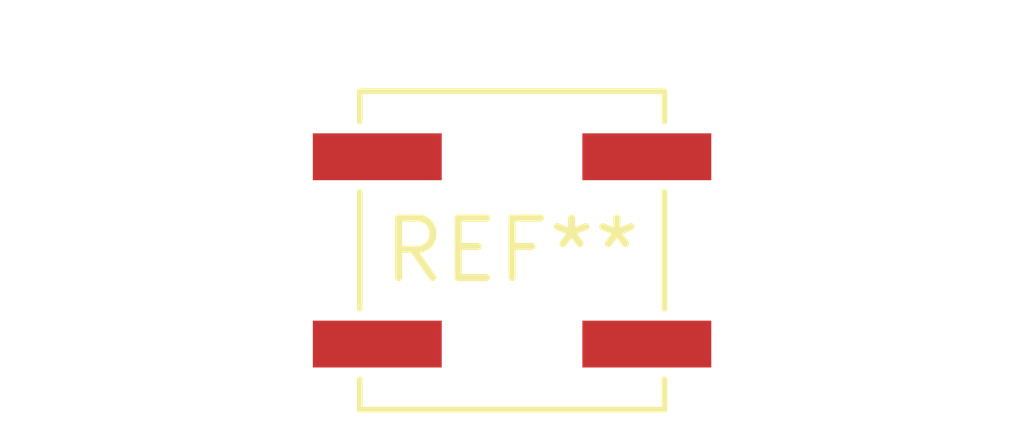
<source format=kicad_pcb>
(kicad_pcb (version 20240108) (generator pcbnew)
  (layers (0 "F.Cu" signal) (31 "B.Cu" signal) (34 "B.Paste" user) (35 "F.Paste" user) (36 "B.SilkS" user "B.Silkscreen") (37 "F.SilkS" user "F.Silkscreen") (38 "B.Mask" user) (39 "F.Mask" user) (44 "Edge.Cuts" user))
  (net 0 "")
  (footprint "SW_SPST_B3SL-1002P" (layer "F.Cu") (at 0 0)
    (property "Reference" "REF**")
    (property "Value" "SW_SPST_B3SL-1002P")
    (fp_line (start -3.25 -3.4) (end -3.25 -2.75) (layer "F.SilkS") (stroke (width 0.12)))
    (fp_line (start -3.25 -1.25) (end -3.25 1.25) (layer "F.SilkS") (stroke (width 0.12)))
    (fp_line (start -3.25 3.4) (end -3.25 2.75) (layer "F.SilkS") (stroke (width 0.12)))
    (fp_line (start 3.25 -3.4) (end -3.25 -3.4) (layer "F.SilkS") (stroke (width 0.12)))
    (fp_line (start 3.25 -2.75) (end 3.25 -3.4) (layer "F.SilkS") (stroke (width 0.12)))
    (fp_line (start 3.25 -1.25) (end 3.25 1.25) (layer "F.SilkS") (stroke (width 0.12)))
    (fp_line (start 3.25 2.75) (end 3.25 3.4) (layer "F.SilkS") (stroke (width 0.12)))
    (fp_line (start 3.25 3.4) (end -3.25 3.4) (layer "F.SilkS") (stroke (width 0.12)))
    (pad "1" smd rect (at -2.875 -2) (size 2.75 1) (layers "F.Cu" "F.Paste" "F.Mask"))
    (pad "1" smd rect (at 2.875 -2) (size 2.75 1) (layers "F.Cu" "F.Paste" "F.Mask"))
    (pad "2" smd rect (at -2.875 2) (size 2.75 1) (layers "F.Cu" "F.Paste" "F.Mask"))
    (pad "2" smd rect (at 2.875 2) (size 2.75 1) (layers "F.Cu" "F.Paste" "F.Mask"))
  )
)
</source>
